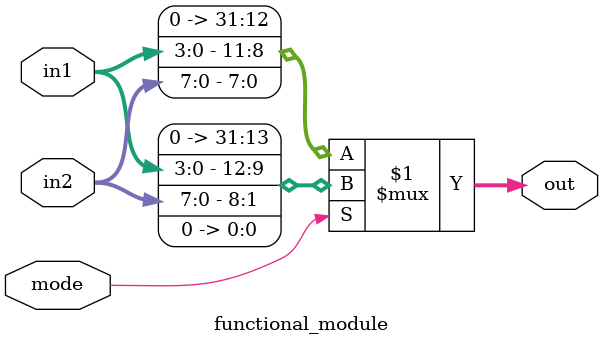
<source format=v>

module top_module (
    input [3:0] a,
    input [3:0] b,
    input mode,
    input [15:0] data_in,
    output [31:0] final_out
);

    wire [3:0] add_sub_out;
    wire [31:0] func_out;
    wire [7:0] comp_concat_out;

    add_sub add_sub_inst (
        .a(a),
        .b(b),
        .mode(mode),
        .out(add_sub_out)
    );

    functional_module func_inst (
        .in1(add_sub_out),
        .in2(comp_concat_out),
        .mode(mode),
        .out(func_out)
    );

    complement_concat comp_concat_inst (
        .data_in(data_in),
        .out(comp_concat_out)
    );

    assign final_out = func_out;

endmodule
module add_sub (
    input [3:0] a,
    input [3:0] b,
    input mode,
    output [3:0] out
);

    assign out = mode ? a + b : a - b;

endmodule
module complement_concat (
    input [15:0] data_in,
    output [7:0] out
);

    assign out = {~data_in[15:8], data_in[7:0]};

endmodule
module functional_module (
    input [3:0] in1,
    input [7:0] in2,
    input mode,
    output [31:0] out
);

    assign out = mode ? {in1, in2, 1'b0} : {in1, in2};

endmodule
</source>
